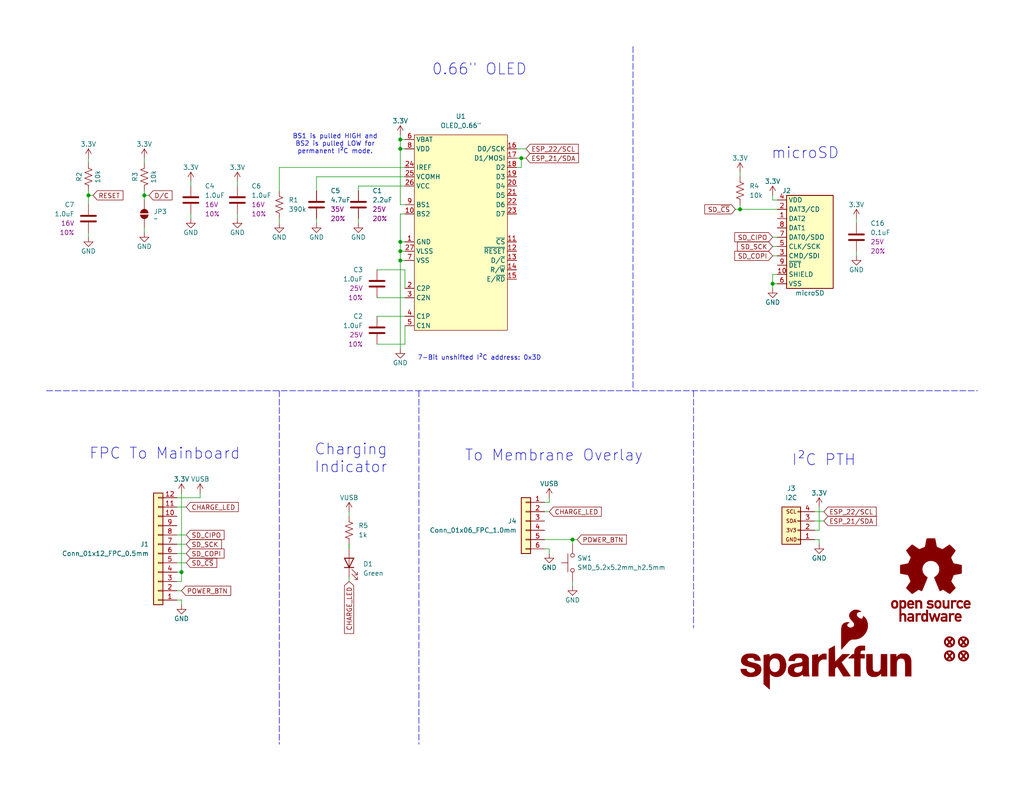
<source format=kicad_sch>
(kicad_sch (version 20231120) (generator "eeschema") (generator_version "8.0")
  (paper "USLetter")
  (title_block (title "SparkFun RTK Facet Display") (date "2024-09-16") (rev "v19") (comment 1 "Designed by: N. Seidle"))
  (lib_symbols
    (symbol "SparkFun-Aesthetic:Fiducial_0.5mm"
      (symbol "Fiducial_0.5mm_1_1"
        (text "x" (at 0 0.254 0) (effects (font (size 2.5 2.5) (bold yes))))
      )
    )
    (symbol "SparkFun-Aesthetic:OSHW_Logo" (pin_names (offset 1.016)) (in_bom no))
    (symbol "SparkFun-Aesthetic:SparkFun_Logo" (pin_names (offset 1.016)) (on_board no))
    (symbol "SparkFun-Capacitor:0.1uF_0603_25V_20%" (pin_numbers hide) (pin_names (offset 0.254))
      (property "Reference" "C" (at 0.635 2.54 0))
      (property "Value" "0.1uF" (at 0.635 -2.54 0))
      (property "Voltage" "25V" (at 0 -6.35 0))
      (property "Tolerance" "20%" (at 0 -8.89 0))
      (symbol "0.1uF_0603_25V_20%_1_1"
        (pin passive line (at 0 3.81 270) (length 2.794) (name "~") (number "1"))
        (pin passive line (at 0 -3.81 90) (length 2.794) (name "~") (number "2"))
      )
    )
    (symbol "SparkFun-Capacitor:1.0uF_0603_16V_10%" (pin_numbers hide) (pin_names (offset 0.254))
      (property "Reference" "C" (at 0.635 2.54 0))
      (property "Value" "1.0uF" (at 0.635 -2.54 0))
      (property "Voltage" "16V" (at 0 -6.35 0))
      (property "Tolerance" "10%" (at 0 -8.89 0))
      (symbol "1.0uF_0603_16V_10%_1_1"
        (pin passive line (at 0 3.81 270) (length 2.794) (name "~") (number "1"))
        (pin passive line (at 0 -3.81 90) (length 2.794) (name "~") (number "2"))
      )
    )
    (symbol "SparkFun-Capacitor:1.0uF_0805_25V_10%" (pin_numbers hide) (pin_names (offset 0.254))
      (property "Reference" "C" (at 0.635 2.54 0))
      (property "Value" "1.0uF" (at 0.635 -2.54 0))
      (property "Voltage" "25V" (at 0 -6.35 0))
      (property "Tolerance" "10%" (at 0 -8.89 0))
      (symbol "1.0uF_0805_25V_10%_1_1"
        (pin passive line (at 0 3.81 270) (length 2.794) (name "~") (number "1"))
        (pin passive line (at 0 -3.81 90) (length 2.794) (name "~") (number "2"))
      )
    )
    (symbol "SparkFun-Capacitor:2.2uF_0805_25V_20%" (pin_numbers hide) (pin_names (offset 0.254))
      (property "Reference" "C" (at 0.635 2.54 0))
      (property "Value" "2.2uF" (at 0.635 -2.54 0))
      (property "Voltage" "25V" (at 0 -6.35 0))
      (property "Tolerance" "20%" (at 0 -8.89 0))
      (symbol "2.2uF_0805_25V_20%_1_1"
        (pin passive line (at 0 3.81 270) (length 2.794) (name "~") (number "1"))
        (pin passive line (at 0 -3.81 90) (length 2.794) (name "~") (number "2"))
      )
    )
    (symbol "SparkFun-Capacitor:4.7uF_0603_35V_20%" (pin_numbers hide) (pin_names (offset 0.254))
      (property "Reference" "C" (at 0.635 2.54 0))
      (property "Value" "4.7uF" (at 0.635 -2.54 0))
      (property "Voltage" "35V" (at 0 -6.35 0))
      (property "Tolerance" "20%" (at 0 -8.89 0))
      (symbol "4.7uF_0603_35V_20%_1_1"
        (pin passive line (at 0 3.81 270) (length 2.794) (name "~") (number "1"))
        (pin passive line (at 0 -3.81 90) (length 2.794) (name "~") (number "2"))
      )
    )
    (symbol "SparkFun-Connector:Conn_01x06_FPC_1.0mm" (pin_names (offset 1.016) hide)
      (property "Reference" "J" (at 0 7.62 0))
      (property "Value" "Conn_01x06_FPC_1.0mm" (at 0 -10.16 0))
      (symbol "Conn_01x06_FPC_1.0mm_1_1"
        (pin passive line (at -5.08 5.08 0) (length 3.81) (name "Pin_1") (number "1"))
        (pin passive line (at -5.08 2.54 0) (length 3.81) (name "Pin_2") (number "2"))
        (pin passive line (at -5.08 0 0) (length 3.81) (name "Pin_3") (number "3"))
        (pin passive line (at -5.08 -2.54 0) (length 3.81) (name "Pin_4") (number "4"))
        (pin passive line (at -5.08 -5.08 0) (length 3.81) (name "Pin_5") (number "5"))
        (pin passive line (at -5.08 -7.62 0) (length 3.81) (name "Pin_6") (number "6"))
      )
    )
    (symbol "SparkFun-Connector:Conn_01x12_FPC_0.5mm" (pin_names (offset 1.016) hide)
      (property "Reference" "J" (at 0 15.24 0))
      (property "Value" "Conn_01x12_FPC_0.5mm" (at 0 -17.78 0))
      (symbol "Conn_01x12_FPC_0.5mm_1_1"
        (pin passive line (at -5.08 12.7 0) (length 3.81) (name "Pin_1") (number "1"))
        (pin passive line (at -5.08 -10.16 0) (length 3.81) (name "Pin_10") (number "10"))
        (pin passive line (at -5.08 -12.7 0) (length 3.81) (name "Pin_11") (number "11"))
        (pin passive line (at -5.08 -15.24 0) (length 3.81) (name "Pin_12") (number "12"))
        (pin passive line (at -5.08 10.16 0) (length 3.81) (name "Pin_2") (number "2"))
        (pin passive line (at -5.08 7.62 0) (length 3.81) (name "Pin_3") (number "3"))
        (pin passive line (at -5.08 5.08 0) (length 3.81) (name "Pin_4") (number "4"))
        (pin passive line (at -5.08 2.54 0) (length 3.81) (name "Pin_5") (number "5"))
        (pin passive line (at -5.08 0 0) (length 3.81) (name "Pin_6") (number "6"))
        (pin passive line (at -5.08 -2.54 0) (length 3.81) (name "Pin_7") (number "7"))
        (pin passive line (at -5.08 -5.08 0) (length 3.81) (name "Pin_8") (number "8"))
        (pin passive line (at -5.08 -7.62 0) (length 3.81) (name "Pin_9") (number "9"))
      )
    )
    (symbol "SparkFun-Connector:I2C_01x04" (pin_names (offset 1.016) hide)
      (property "Reference" "J" (at 0 5.08 0))
      (property "Value" "I2C" (at 0 -7.62 0))
      (symbol "I2C_01x04_1_1"
        (text "3V3" (at 1.27 -2.54 0) (effects (font (size 1 1))))
        (text "GND" (at 1.27 -5.08 0) (effects (font (size 1 1))))
        (text "SCL" (at 1.27 2.54 0) (effects (font (size 1 1))))
        (text "SDA" (at 1.27 0 0) (effects (font (size 1 1))))
        (pin passive line (at -5.08 -5.08 0) (length 3.81) (name "Pin_1") (number "1"))
        (pin passive line (at -5.08 -2.54 0) (length 3.81) (name "Pin_2") (number "2"))
        (pin passive line (at -5.08 0 0) (length 3.81) (name "Pin_3") (number "3"))
        (pin passive line (at -5.08 2.54 0) (length 3.81) (name "Pin_4") (number "4"))
      )
    )
    (symbol "SparkFun-Connector:microSD_PushPush"
      (property "Reference" "J" (at -6.35 15.24 0))
      (property "Value" "microSD" (at 0 -12.7 0))
      (symbol "microSD_PushPush_1_1"
        (pin bidirectional line (at -8.89 7.62 0) (length 2.54) (name "DAT2") (number "1"))
        (pin passive line (at -8.89 -7.62 0) (length 2.54) (name "SHIELD") (number "10"))
        (pin bidirectional line (at -8.89 10.16 0) (length 2.54) (name "DAT3/CD") (number "2"))
        (pin input line (at -8.89 -2.54 0) (length 2.54) (name "CMD/SDI") (number "3"))
        (pin power_in line (at -8.89 12.7 0) (length 2.54) (name "VDD") (number "4"))
        (pin input line (at -8.89 0 0) (length 2.54) (name "CLK/SCK") (number "5"))
        (pin power_in line (at -8.89 -10.16 0) (length 2.54) (name "VSS") (number "6"))
        (pin bidirectional line (at -8.89 2.54 0) (length 2.54) (name "DAT0/SDO") (number "7"))
        (pin bidirectional line (at -8.89 5.08 0) (length 2.54) (name "DAT1") (number "8"))
        (pin passive line (at -8.89 -5.08 0) (length 2.54) (name "~{DET}") (number "9"))
      )
    )
    (symbol "SparkFun-Display:OLED_0.66{dblquote}-SMD"
      (property "Reference" "U" (at -12.7 25.4 0))
      (property "Value" "OLED_0.66\"" (at 12.7 -30.48 0))
      (symbol "OLED_0.66{dblquote}-SMD_1_0"
        (pin bidirectional line (at -15.24 -5.08 0) (length 2.54) (name "GND") (number "1"))
        (pin bidirectional line (at -15.24 2.54 0) (length 2.54) (name "BS2") (number "10"))
        (pin bidirectional line (at 15.24 -5.08 180) (length 2.54) (name "~{CS}") (number "11"))
        (pin bidirectional line (at 15.24 -7.62 180) (length 2.54) (name "~{RESET}") (number "12"))
        (pin bidirectional line (at 15.24 -10.16 180) (length 2.54) (name "D/~{C}") (number "13"))
        (pin bidirectional line (at 15.24 -12.7 180) (length 2.54) (name "R/~{W}") (number "14"))
        (pin bidirectional line (at 15.24 -15.24 180) (length 2.54) (name "E/~{RD}") (number "15"))
        (pin bidirectional line (at 15.24 20.32 180) (length 2.54) (name "D0/SCK") (number "16"))
        (pin bidirectional line (at 15.24 17.78 180) (length 2.54) (name "D1/MOSI") (number "17"))
        (pin bidirectional line (at 15.24 15.24 180) (length 2.54) (name "D2") (number "18"))
        (pin bidirectional line (at 15.24 12.7 180) (length 2.54) (name "D3") (number "19"))
        (pin bidirectional line (at -15.24 -17.78 0) (length 2.54) (name "C2P") (number "2"))
        (pin bidirectional line (at 15.24 10.16 180) (length 2.54) (name "D4") (number "20"))
        (pin bidirectional line (at 15.24 7.62 180) (length 2.54) (name "D5") (number "21"))
        (pin bidirectional line (at 15.24 5.08 180) (length 2.54) (name "D6") (number "22"))
        (pin bidirectional line (at 15.24 2.54 180) (length 2.54) (name "D7") (number "23"))
        (pin bidirectional line (at -15.24 15.24 0) (length 2.54) (name "IREF") (number "24"))
        (pin bidirectional line (at -15.24 12.7 0) (length 2.54) (name "VCOMH") (number "25"))
        (pin bidirectional line (at -15.24 10.16 0) (length 2.54) (name "VCC") (number "26"))
        (pin bidirectional line (at -15.24 -7.62 0) (length 2.54) (name "VLSS") (number "27"))
        (pin bidirectional line (at -15.24 -5.08 0) (length 2.54) hide (name "GND") (number "28"))
        (pin bidirectional line (at -15.24 -20.32 0) (length 2.54) (name "C2N") (number "3"))
        (pin bidirectional line (at -15.24 -25.4 0) (length 2.54) (name "C1P") (number "4"))
        (pin bidirectional line (at -15.24 -27.94 0) (length 2.54) (name "C1N") (number "5"))
        (pin bidirectional line (at -15.24 22.86 0) (length 2.54) (name "VBAT") (number "6"))
        (pin bidirectional line (at -15.24 -10.16 0) (length 2.54) (name "VSS") (number "7"))
        (pin bidirectional line (at -15.24 20.32 0) (length 2.54) (name "VDD") (number "8"))
        (pin bidirectional line (at -15.24 5.08 0) (length 2.54) (name "BS1") (number "9"))
      )
    )
    (symbol "SparkFun-Jumper:SolderJumper_2_Open" (pin_numbers hide) (pin_names (offset 0) hide)
      (property "Reference" "JP" (at 0 2.032 0))
      (property "Value" "~" (at 0 -2.54 0))
      (symbol "SolderJumper_2_Open_1_1"
        (pin passive line (at -3.81 0 0) (length 2.54) (name "A") (number "1"))
        (pin passive line (at 3.81 0 180) (length 2.54) (name "B") (number "2"))
      )
    )
    (symbol "SparkFun-LED:LED_Green_1206-Bottom" (pin_numbers hide) (pin_names (offset 1.016) hide)
      (property "Reference" "D" (at 0 2.54 0))
      (property "Value" "Green" (at 0 -2.54 0))
      (symbol "LED_Green_1206-Bottom_1_1"
        (pin passive line (at -3.81 0 0) (length 2.54) (name "K") (number "1"))
        (pin passive line (at 3.81 0 180) (length 2.54) (name "A") (number "2"))
      )
    )
    (symbol "SparkFun-PowerSymbol:3.3V" (power) (pin_names (offset 0))
      (property "Value" "3.3V" (at 0 3.81 0))
      (symbol "3.3V_1_1"
        (pin power_in line (at 0 0 90) (length 0) hide (name "3.3V") (number "1"))
      )
    )
    (symbol "SparkFun-PowerSymbol:GND" (power) (pin_names (offset 0))
      (property "Value" "GND" (at 0 -3.81 0))
      (symbol "GND_1_1"
        (pin power_in line (at 0 0 270) (length 0) hide (name "GND") (number "1"))
      )
    )
    (symbol "SparkFun-PowerSymbol:VUSB" (power) (pin_names (offset 0))
      (property "Value" "VUSB" (at 0 3.81 0))
      (symbol "VUSB_1_1"
        (pin power_in line (at 0 0 90) (length 0) hide (name "VUSB") (number "1"))
      )
    )
    (symbol "SparkFun-Resistor:10k_0603" (pin_numbers hide) (pin_names (offset 0))
      (property "Reference" "R" (at 0 -2.54 0))
      (property "Value" "10k" (at 0 2.54 0))
      (symbol "10k_0603_1_1"
        (pin passive line (at 3.81 0 180) (length 1.27) (name "~") (number "1"))
        (pin passive line (at -3.81 0 0) (length 1.27) (name "~") (number "2"))
      )
    )
    (symbol "SparkFun-Resistor:1k_0402" (pin_numbers hide) (pin_names (offset 0))
      (property "Reference" "R" (at 0 -2.54 0))
      (property "Value" "1k" (at 0 2.54 0))
      (symbol "1k_0402_1_1"
        (pin passive line (at 3.81 0 180) (length 1.27) (name "~") (number "1"))
        (pin passive line (at -3.81 0 0) (length 1.27) (name "~") (number "2"))
      )
    )
    (symbol "SparkFun-Resistor:390k_0603" (pin_numbers hide) (pin_names (offset 0))
      (property "Reference" "R" (at 0 -2.54 0))
      (property "Value" "390k" (at 0 2.54 0))
      (symbol "390k_0603_1_1"
        (pin passive line (at 3.81 0 180) (length 1.27) (name "~") (number "1"))
        (pin passive line (at -3.81 0 0) (length 1.27) (name "~") (number "2"))
      )
    )
    (symbol "SparkFun-Switch:SPST_Push_SMD_5.2x5.2mm_h2.5mm" (pin_numbers hide) (pin_names (offset 0) hide)
      (property "Reference" "SW" (at 0 5.08 0))
      (property "Value" "SMD_5.2x5.2mm_h2.5mm" (at 0 -2.54 0))
      (symbol "SPST_Push_SMD_5.2x5.2mm_h2.5mm_0_1"
        (pin passive line (at -5.08 0 0) (length 2.54) (name "1") (number "1"))
      )
      (symbol "SPST_Push_SMD_5.2x5.2mm_h2.5mm_1_1"
        (pin passive line (at 5.08 0 180) (length 2.54) (name "2") (number "2"))
      )
    )
  )
  (junction (at 142.24 43.18))
  (junction (at 156.21 147.32))
  (junction (at 109.22 66.04))
  (junction (at 210.82 77.47))
  (junction (at 109.22 68.58))
  (junction (at 109.22 71.12))
  (junction (at 109.22 40.64))
  (junction (at 49.53 156.21))
  (junction (at 201.93 57.15))
  (junction (at 39.37 53.34))
  (junction (at 109.22 38.1))
  (junction (at 24.13 53.34))
  (wire (pts (xy 76.2 45.72) (xy 76.2 52.07)) (stroke (width 0.1524)))
  (wire (pts (xy 48.26 153.67) (xy 50.8 153.67)) (stroke (width 0.1524)))
  (wire (pts (xy 48.26 163.83) (xy 49.53 163.83)) (stroke (width 0.1524)))
  (wire (pts (xy 212.09 54.61) (xy 210.82 54.61)) (stroke (width 0.1524)))
  (wire (pts (xy 212.09 57.15) (xy 201.93 57.15)) (stroke (width 0.1524)))
  (wire (pts (xy 48.26 156.21) (xy 49.53 156.21)) (stroke (width 0.1524)))
  (wire (pts (xy 109.22 71.12) (xy 109.22 95.25)) (stroke (width 0.1524)))
  (wire (pts (xy 95.25 148.59) (xy 95.25 149.86)) (stroke (width 0.1524)))
  (wire (pts (xy 109.22 40.64) (xy 110.49 40.64)) (stroke (width 0.1524)))
  (wire (pts (xy 24.13 53.34) (xy 24.13 55.88)) (stroke (width 0.1524)))
  (wire (pts (xy 223.52 147.32) (xy 223.52 148.59)) (stroke (width 0.1524)))
  (wire (pts (xy 24.13 64.77) (xy 24.13 63.5)) (stroke (width 0.1524)))
  (wire (pts (xy 222.25 147.32) (xy 223.52 147.32)) (stroke (width 0.1524)))
  (wire (pts (xy 156.21 160.02) (xy 156.21 158.75)) (stroke (width 0.1524)))
  (wire (pts (xy 110.49 38.1) (xy 109.22 38.1)) (stroke (width 0.1524)))
  (wire (pts (xy 210.82 54.61) (xy 210.82 53.34)) (stroke (width 0.1524)))
  (wire (pts (xy 48.26 135.89) (xy 54.61 135.89)) (stroke (width 0.1524)))
  (wire (pts (xy 97.79 60.96) (xy 97.79 59.69)) (stroke (width 0.1524)))
  (wire (pts (xy 110.49 73.66) (xy 110.49 78.74)) (stroke (width 0.1524)))
  (wire (pts (xy 48.26 161.29) (xy 49.53 161.29)) (stroke (width 0.1524)))
  (wire (pts (xy 109.22 38.1) (xy 109.22 40.64)) (stroke (width 0.1524)))
  (wire (pts (xy 109.22 68.58) (xy 109.22 71.12)) (stroke (width 0.1524)))
  (wire (pts (xy 222.25 144.78) (xy 223.52 144.78)) (stroke (width 0.1524)))
  (wire (pts (xy 212.09 74.93) (xy 210.82 74.93)) (stroke (width 0.1524)))
  (wire (pts (xy 210.82 74.93) (xy 210.82 77.47)) (stroke (width 0.1524)))
  (wire (pts (xy 48.26 158.75) (xy 49.53 158.75)) (stroke (width 0.1524)))
  (wire (pts (xy 86.36 60.96) (xy 86.36 59.69)))
  (wire (pts (xy 210.82 77.47) (xy 210.82 78.74)) (stroke (width 0.1524)))
  (wire (pts (xy 222.25 142.24) (xy 224.79 142.24)) (stroke (width 0.1524)))
  (wire (pts (xy 95.25 149.86) (xy 95.25 148.59)))
  (wire (pts (xy 110.49 66.04) (xy 109.22 66.04)) (stroke (width 0.1524)))
  (wire (pts (xy 149.86 137.16) (xy 149.86 135.89)) (stroke (width 0.1524)))
  (wire (pts (xy 109.22 66.04) (xy 109.22 68.58)) (stroke (width 0.1524)))
  (wire (pts (xy 48.26 138.43) (xy 50.8 138.43)) (stroke (width 0.1524)))
  (wire (pts (xy 24.13 53.34) (xy 25.4 53.34)) (stroke (width 0.1524)))
  (wire (pts (xy 110.49 71.12) (xy 109.22 71.12)) (stroke (width 0.1524)))
  (wire (pts (xy 97.79 50.8) (xy 97.79 52.07)) (stroke (width 0.1524)))
  (wire (pts (xy 148.59 137.16) (xy 149.86 137.16)) (stroke (width 0.1524)))
  (wire (pts (xy 49.53 156.21) (xy 49.53 134.62)) (stroke (width 0.1524)))
  (wire (pts (xy 233.68 69.85) (xy 233.68 68.58)) (stroke (width 0.1524)))
  (polyline (pts (xy 76.2 106.68) (xy 76.2 203.2)) (stroke (width 0) (type dash)))
  (wire (pts (xy 140.97 43.18) (xy 142.24 43.18)) (stroke (width 0.1524)))
  (wire (pts (xy 24.13 52.07) (xy 24.13 53.34)) (stroke (width 0.1524)))
  (wire (pts (xy 149.86 149.86) (xy 149.86 151.13)) (stroke (width 0.1524)))
  (wire (pts (xy 110.49 68.58) (xy 109.22 68.58)) (stroke (width 0.1524)))
  (wire (pts (xy 48.26 148.59) (xy 50.8 148.59)) (stroke (width 0.1524)))
  (wire (pts (xy 109.22 38.1) (xy 109.22 36.83)) (stroke (width 0.1524)))
  (wire (pts (xy 109.22 40.64) (xy 109.22 55.88)) (stroke (width 0.1524)))
  (wire (pts (xy 109.22 58.42) (xy 109.22 66.04)) (stroke (width 0.1524)))
  (wire (pts (xy 48.26 146.05) (xy 50.8 146.05)) (stroke (width 0.1524)))
  (wire (pts (xy 102.87 93.98) (xy 110.49 93.98)) (stroke (width 0.1524)))
  (wire (pts (xy 110.49 55.88) (xy 109.22 55.88)) (stroke (width 0.1524)))
  (wire (pts (xy 110.49 48.26) (xy 86.36 48.26)) (stroke (width 0.1524)))
  (wire (pts (xy 39.37 52.07) (xy 39.37 53.34)) (stroke (width 0.1524)))
  (wire (pts (xy 110.49 93.98) (xy 110.49 88.9)) (stroke (width 0.1524)))
  (wire (pts (xy 52.07 59.69) (xy 52.07 58.42)) (stroke (width 0.1524)))
  (wire (pts (xy 52.07 49.53) (xy 52.07 50.8)) (stroke (width 0.1524)))
  (wire (pts (xy 212.09 64.77) (xy 210.82 64.77)) (stroke (width 0.1524)))
  (wire (pts (xy 64.77 49.53) (xy 64.77 50.8)) (stroke (width 0.1524)))
  (wire (pts (xy 49.53 163.83) (xy 49.53 165.1)) (stroke (width 0.1524)))
  (wire (pts (xy 110.49 86.36) (xy 102.87 86.36)) (stroke (width 0.1524)))
  (wire (pts (xy 39.37 43.18) (xy 39.37 44.45)) (stroke (width 0.1524)))
  (wire (pts (xy 142.24 43.18) (xy 143.51 43.18)) (stroke (width 0.1524)))
  (wire (pts (xy 49.53 158.75) (xy 49.53 156.21)) (stroke (width 0.1524)))
  (wire (pts (xy 86.36 48.26) (xy 86.36 52.07)) (stroke (width 0.1524)))
  (wire (pts (xy 201.93 55.88) (xy 201.93 57.15)) (stroke (width 0.1524)))
  (wire (pts (xy 76.2 45.72) (xy 110.49 45.72)) (stroke (width 0.1524)))
  (wire (pts (xy 39.37 53.34) (xy 39.37 54.61)) (stroke (width 0.1524)))
  (wire (pts (xy 142.24 45.72) (xy 142.24 43.18)) (stroke (width 0.1524)))
  (polyline (pts (xy 12.7 106.68) (xy 266.7 106.68)) (stroke (width 0) (type dash)))
  (wire (pts (xy 210.82 77.47) (xy 212.09 77.47)))
  (wire (pts (xy 201.93 57.15) (xy 200.66 57.15)) (stroke (width 0.1524)))
  (wire (pts (xy 48.26 151.13) (xy 50.8 151.13)) (stroke (width 0.1524)))
  (wire (pts (xy 24.13 43.18) (xy 24.13 44.45)) (stroke (width 0.1524)))
  (wire (pts (xy 54.61 135.89) (xy 54.61 134.62)) (stroke (width 0.1524)))
  (wire (pts (xy 64.77 59.69) (xy 64.77 58.42)) (stroke (width 0.1524)))
  (polyline (pts (xy 189.23 106.68) (xy 189.23 171.45)) (stroke (width 0) (type dash)))
  (wire (pts (xy 148.59 139.7) (xy 149.86 139.7)) (stroke (width 0.1524)))
  (wire (pts (xy 223.52 144.78) (xy 223.52 138.43)) (stroke (width 0.1524)))
  (wire (pts (xy 76.2 59.69) (xy 76.2 60.96)) (stroke (width 0.1524)))
  (wire (pts (xy 222.25 139.7) (xy 224.79 139.7)) (stroke (width 0.1524)))
  (wire (pts (xy 156.21 148.59) (xy 156.21 147.32)) (stroke (width 0.1524)))
  (wire (pts (xy 140.97 45.72) (xy 142.24 45.72)) (stroke (width 0.1524)))
  (wire (pts (xy 233.68 59.69) (xy 233.68 60.96)) (stroke (width 0.1524)))
  (wire (pts (xy 156.21 147.32) (xy 157.48 147.32)) (stroke (width 0.1524)))
  (wire (pts (xy 201.93 46.99) (xy 201.93 48.26)) (stroke (width 0.1524)))
  (wire (pts (xy 95.25 140.97) (xy 95.25 139.7)) (stroke (width 0.1524)))
  (polyline (pts (xy 172.72 12.7) (xy 172.72 106.68)) (stroke (width 0) (type dash)))
  (polyline (pts (xy 114.3 106.68) (xy 114.3 203.2)) (stroke (width 0) (type dash)))
  (wire (pts (xy 109.22 58.42) (xy 110.49 58.42)) (stroke (width 0.1524)))
  (wire (pts (xy 95.25 157.48) (xy 95.25 158.75)) (stroke (width 0.1524)))
  (wire (pts (xy 110.49 50.8) (xy 97.79 50.8)) (stroke (width 0.1524)))
  (wire (pts (xy 140.97 40.64) (xy 143.51 40.64)) (stroke (width 0.1524)))
  (wire (pts (xy 102.87 73.66) (xy 110.49 73.66)) (stroke (width 0.1524)))
  (wire (pts (xy 212.09 69.85) (xy 210.82 69.85)) (stroke (width 0.1524)))
  (wire (pts (xy 148.59 149.86) (xy 149.86 149.86)) (stroke (width 0.1524)))
  (wire (pts (xy 40.64 53.34) (xy 39.37 53.34)) (stroke (width 0.1524)))
  (wire (pts (xy 212.09 67.31) (xy 210.82 67.31)) (stroke (width 0.1524)))
  (wire (pts (xy 110.49 81.28) (xy 102.87 81.28)) (stroke (width 0.1524)))
  (wire (pts (xy 39.37 63.5) (xy 39.37 62.23)) (stroke (width 0.1524)))
  (wire (pts (xy 148.59 147.32) (xy 156.21 147.32)) (stroke (width 0.1524)))
  (text "7-Bit unshifted I²C address: 0x3D" (at 130.81 97.79 0) (effects (font (size 1.27 1.27))))
  (text "BS1 is pulled HIGH and\nBS2 is pulled LOW for\npermanent I²C mode." (at 91.44 39.37 0) (effects (font (size 1.27 1.27))))
  (text "0.66\" OLED" (at 130.81 19.05 0) (effects (font (size 3 3))))
  (text "To Membrane Overlay" (at 151.13 124.46 0) (effects (font (size 3 3))))
  (text "I²C PTH" (at 224.79 125.73 0) (effects (font (size 3 3))))
  (text "FPC To Mainboard" (at 44.958 123.952 0) (effects (font (size 3 3))))
  (text "Charging\nIndicator" (at 95.758 125.222 0) (effects (font (size 3 3))))
  (text "microSD" (at 219.71 41.91 0) (effects (font (size 3 3))))
  (global_label "POWER_BTN" (shape input) (at 157.48 147.32 0) (property "Intersheetrefs" "${INTERSHEET_REFS}" (effects (hide yes))))
  (global_label "SD_SCK" (shape input) (at 210.82 67.31 180) (property "Intersheetrefs" "${INTERSHEET_REFS}" (effects (hide yes))))
  (global_label "POWER_BTN" (shape input) (at 49.53 161.29 0) (property "Intersheetrefs" "${INTERSHEET_REFS}" (effects (hide yes))))
  (global_label "CHARGE_LED" (shape input) (at 95.25 158.75 270) (property "Intersheetrefs" "${INTERSHEET_REFS}" (effects (hide yes))))
  (global_label "CHARGE_LED" (shape input) (at 50.7967 138.43 0) (property "Intersheetrefs" "${INTERSHEET_REFS}" (effects (hide yes))))
  (global_label "D/C" (shape input) (at 40.64 53.34 0) (property "Intersheetrefs" "${INTERSHEET_REFS}" (effects (hide yes))))
  (global_label "ESP_22/SCL" (shape input) (at 224.79 139.7 0) (property "Intersheetrefs" "${INTERSHEET_REFS}" (effects (hide yes))))
  (global_label "SD_CIPO" (shape input) (at 210.82 64.77 180) (property "Intersheetrefs" "${INTERSHEET_REFS}" (effects (hide yes))))
  (global_label "SD_CIPO" (shape input) (at 50.8 146.05 0) (property "Intersheetrefs" "${INTERSHEET_REFS}" (effects (hide yes))))
  (global_label "SD_COPI" (shape input) (at 210.82 69.85 180) (property "Intersheetrefs" "${INTERSHEET_REFS}" (effects (hide yes))))
  (global_label "SD_SCK" (shape input) (at 50.8 148.59 0) (property "Intersheetrefs" "${INTERSHEET_REFS}" (effects (hide yes))))
  (global_label "ESP_21/SDA" (shape input) (at 224.79 142.24 0) (property "Intersheetrefs" "${INTERSHEET_REFS}" (effects (hide yes))))
  (global_label "ESP_21/SDA" (shape input) (at 143.51 43.18 0) (property "Intersheetrefs" "${INTERSHEET_REFS}" (effects (hide yes))))
  (global_label "SD_COPI" (shape input) (at 50.8 151.13 0) (property "Intersheetrefs" "${INTERSHEET_REFS}" (effects (hide yes))))
  (global_label "CHARGE_LED" (shape input) (at 149.86 139.7 0) (property "Intersheetrefs" "${INTERSHEET_REFS}" (effects (hide yes))))
  (global_label "ESP_22/SCL" (shape input) (at 143.51 40.64 0) (property "Intersheetrefs" "${INTERSHEET_REFS}" (effects (hide yes))))
  (global_label "RESET" (shape input) (at 25.4 53.34 0) (property "Intersheetrefs" "${INTERSHEET_REFS}" (effects (hide yes))))
  (global_label "SD_~{CS}" (shape input) (at 50.8 153.67 0) (property "Intersheetrefs" "${INTERSHEET_REFS}" (effects (hide yes))))
  (global_label "SD_~{CS}" (shape input) (at 200.66 57.15 180) (property "Intersheetrefs" "${INTERSHEET_REFS}" (effects (hide yes))))
  (symbol (lib_id "SparkFun-Aesthetic:Fiducial_0.5mm") (at 262.89 179.07 0) (unit 1)
    (property "Reference" "FID4" (effects (hide yes)))
    (property "Value" "Fiducial_0.5mm" (effects (hide yes)))
    (property "Footprint" "SparkFun-Aesthetic:Fiducial_0.5mm_Mask1mm" (effects (hide yes)))
    (property "Description" "Fiducial Marker" (effects (hide yes)))
  )
  (symbol (lib_id "SparkFun-Capacitor:2.2uF_0805_25V_20%") (at 97.79 55.88 0) (unit 1)
    (property "Reference" "C1" (at 101.6 52.0699 0) (effects (justify left)))
    (property "Value" "2.2uF" (at 101.6 54.6099 0) (effects (justify left)))
    (property "Footprint" "SparkFun-Capacitor:C_0805_2012Metric" (effects (hide yes)))
    (property "Datasheet" "https://cdn.sparkfun.com/assets/8/a/4/a/5/Kemet_Capacitor_Datasheet.pdf" (effects (hide yes)))
    (property "Description" "Unpolarized capacitor" (effects (hide yes)))
    (property "PROD_ID" "CAP-11624" (effects (hide yes)))
    (property "Voltage" "25V" (at 101.6 57.1499 0) (effects (justify left)))
    (property "Tolerance" "20%" (at 101.6 59.6899 0) (effects (justify left)))
  )
  (symbol (lib_id "SparkFun-PowerSymbol:GND") (at 49.53 165.1 0) (unit 1)
    (property "Reference" "#PWR0101" (effects (hide yes)))
    (property "Value" "GND" (at 49.53 168.91 0))
    (property "Description" "Power symbol creates a global label with name \"GND\" , ground" (effects (hide yes)))
  )
  (symbol (lib_id "SparkFun-Connector:I2C_01x04") (at 217.17 142.24 0) (mirror y) (unit 1)
    (property "Reference" "J3" (at 215.9 133.35 0))
    (property "Value" "I2C" (at 215.9 135.89 0))
    (property "Footprint" "SparkFun-Connector:1x04" (effects (hide yes)))
    (property "Description" "Coomon 4 pin PTH connector for I2C" (effects (hide yes)))
  )
  (symbol (lib_id "SparkFun-PowerSymbol:GND") (at 223.52 148.59 0) (unit 1)
    (property "Reference" "#PWR05" (effects (hide yes)))
    (property "Value" "GND" (at 223.52 152.4 0))
    (property "Description" "Power symbol creates a global label with name \"GND\" , ground" (effects (hide yes)))
  )
  (symbol (lib_id "SparkFun-PowerSymbol:GND") (at 24.13 64.77 0) (unit 1)
    (property "Reference" "#PWR0105" (effects (hide yes)))
    (property "Value" "GND" (at 24.13 68.58 0))
    (property "Description" "Power symbol creates a global label with name \"GND\" , ground" (effects (hide yes)))
  )
  (symbol (lib_id "SparkFun-PowerSymbol:3.3V") (at 49.53 134.62 0) (unit 1)
    (property "Reference" "#PWR03" (effects (hide yes)))
    (property "Value" "3.3V" (at 49.53 130.81 0))
    (property "Description" "Power symbol creates a global label with name \"3.3V\"" (effects (hide yes)))
  )
  (symbol (lib_id "SparkFun-Aesthetic:Fiducial_0.5mm") (at 259.08 175.26 0) (unit 1)
    (property "Reference" "FID1" (effects (hide yes)))
    (property "Value" "Fiducial_0.5mm" (effects (hide yes)))
    (property "Footprint" "SparkFun-Aesthetic:Fiducial_0.5mm_Mask1mm" (effects (hide yes)))
    (property "Description" "Fiducial Marker" (effects (hide yes)))
  )
  (symbol (lib_id "SparkFun-Capacitor:4.7uF_0603_35V_20%") (at 86.36 55.88 0) (mirror y) (unit 1)
    (property "Reference" "C5" (at 90.17 52.0699 0) (effects (justify right)))
    (property "Value" "4.7uF" (at 90.17 54.6099 0) (effects (justify right)))
    (property "Footprint" "SparkFun-Capacitor:C_0603_1608Metric" (effects (hide yes)))
    (property "Datasheet" "https://cdn.sparkfun.com/assets/8/a/4/a/5/Kemet_Capacitor_Datasheet.pdf" (effects (hide yes)))
    (property "Description" "Unpolarized capacitor" (effects (hide yes)))
    (property "PROD_ID" "CAP-14106" (effects (hide yes)))
    (property "Voltage" "35V" (at 90.17 57.1499 0) (effects (justify right)))
    (property "Tolerance" "20%" (at 90.17 59.6899 0) (effects (justify right)))
  )
  (symbol (lib_id "SparkFun-PowerSymbol:3.3V") (at 233.68 59.69 0) (unit 1)
    (property "Reference" "#PWR027" (effects (hide yes)))
    (property "Value" "3.3V" (at 233.68 55.88 0))
    (property "Description" "Power symbol creates a global label with name \"3.3V\"" (effects (hide yes)))
  )
  (symbol (lib_id "SparkFun-PowerSymbol:GND") (at 86.36 60.96 0) (unit 1)
    (property "Reference" "#PWR021" (effects (hide yes)))
    (property "Value" "GND" (at 86.36 64.77 0))
    (property "Description" "Power symbol creates a global label with name \"GND\" , ground" (effects (hide yes)))
  )
  (symbol (lib_id "SparkFun-PowerSymbol:GND") (at 52.07 59.69 0) (unit 1)
    (property "Reference" "#PWR0102" (effects (hide yes)))
    (property "Value" "GND" (at 52.07 63.5 0))
    (property "Description" "Power symbol creates a global label with name \"GND\" , ground" (effects (hide yes)))
  )
  (symbol (lib_id "SparkFun-Resistor:10k_0603") (at 24.13 48.26 270) (unit 1)
    (property "Reference" "R2" (at 21.59 48.26 0))
    (property "Value" "10k" (at 26.67 48.26 0))
    (property "Footprint" "SparkFun-Resistor:R_0603_1608Metric" (effects (hide yes)))
    (property "Datasheet" "https://www.vishay.com/docs/20035/dcrcwe3.pdf" (effects (hide yes)))
    (property "Description" "Resistor" (effects (hide yes)))
    (property "PROD_ID" "RES-00824" (effects (hide yes)))
  )
  (symbol (lib_id "SparkFun-Capacitor:1.0uF_0603_16V_10%") (at 24.13 59.69 0) (unit 1)
    (property "Reference" "C7" (at 20.32 55.8799 0) (effects (justify right)))
    (property "Value" "1.0uF" (at 20.32 58.4199 0) (effects (justify right)))
    (property "Footprint" "SparkFun-Capacitor:C_0603_1608Metric" (effects (hide yes)))
    (property "Datasheet" "https://cdn.sparkfun.com/assets/8/a/4/a/5/Kemet_Capacitor_Datasheet.pdf" (effects (hide yes)))
    (property "Description" "Unpolarized capacitor" (effects (hide yes)))
    (property "PROD_ID" "CAP-13930" (effects (hide yes)))
    (property "Voltage" "16V" (at 20.32 60.9599 0) (effects (justify right)))
    (property "Tolerance" "10%" (at 20.32 63.4999 0) (effects (justify right)))
  )
  (symbol (lib_id "SparkFun-Resistor:10k_0603") (at 201.93 52.07 90) (unit 1)
    (property "Reference" "R4" (at 204.47 50.7999 90) (effects (justify right)))
    (property "Value" "10k" (at 204.47 53.3399 90) (effects (justify right)))
    (property "Footprint" "SparkFun-Resistor:R_0603_1608Metric" (effects (hide yes)))
    (property "Datasheet" "https://www.vishay.com/docs/20035/dcrcwe3.pdf" (effects (hide yes)))
    (property "Description" "Resistor" (effects (hide yes)))
    (property "PROD_ID" "RES-00824" (effects (hide yes)))
  )
  (symbol (lib_id "SparkFun-Resistor:390k_0603") (at 76.2 55.88 90) (unit 1)
    (property "Reference" "R1" (at 78.74 54.6099 90) (effects (justify right)))
    (property "Value" "390k" (at 78.74 57.1499 90) (effects (justify right)))
    (property "Footprint" "SparkFun-Resistor:R_0603_1608Metric" (effects (hide yes)))
    (property "Datasheet" "https://www.vishay.com/docs/20035/dcrcwe3.pdf" (effects (hide yes)))
    (property "Description" "Resistor" (effects (hide yes)))
    (property "PROD_ID" "RES-12024" (effects (hide yes)))
  )
  (symbol (lib_id "SparkFun-Capacitor:1.0uF_0805_25V_10%") (at 102.87 77.47 0) (mirror y) (unit 1)
    (property "Reference" "C3" (at 99.06 73.6599 0) (effects (justify left)))
    (property "Value" "1.0uF" (at 99.06 76.1999 0) (effects (justify left)))
    (property "Footprint" "SparkFun-Capacitor:C_0805_2012Metric" (effects (hide yes)))
    (property "Datasheet" "https://cdn.sparkfun.com/assets/8/a/4/a/5/Kemet_Capacitor_Datasheet.pdf" (effects (hide yes)))
    (property "Description" "Unpolarized capacitor" (effects (hide yes)))
    (property "PROD_ID" "CAP-08064" (effects (hide yes)))
    (property "Voltage" "25V" (at 99.06 78.7399 0) (effects (justify left)))
    (property "Tolerance" "10%" (at 99.06 81.2799 0) (effects (justify left)))
  )
  (symbol (lib_id "SparkFun-Capacitor:1.0uF_0603_16V_10%") (at 52.07 54.61 0) (unit 1)
    (property "Reference" "C4" (at 55.88 50.7999 0) (effects (justify left)))
    (property "Value" "1.0uF" (at 55.88 53.3399 0) (effects (justify left)))
    (property "Footprint" "SparkFun-Capacitor:C_0603_1608Metric" (effects (hide yes)))
    (property "Datasheet" "https://cdn.sparkfun.com/assets/8/a/4/a/5/Kemet_Capacitor_Datasheet.pdf" (effects (hide yes)))
    (property "Description" "Unpolarized capacitor" (effects (hide yes)))
    (property "PROD_ID" "CAP-13930" (effects (hide yes)))
    (property "Voltage" "16V" (at 55.88 55.8799 0) (effects (justify left)))
    (property "Tolerance" "10%" (at 55.88 58.4199 0) (effects (justify left)))
  )
  (symbol (lib_id "SparkFun-PowerSymbol:GND") (at 64.77 59.69 0) (unit 1)
    (property "Reference" "#PWR0104" (effects (hide yes)))
    (property "Value" "GND" (at 64.77 63.5 0))
    (property "Description" "Power symbol creates a global label with name \"GND\" , ground" (effects (hide yes)))
  )
  (symbol (lib_id "SparkFun-PowerSymbol:GND") (at 97.79 60.96 0) (unit 1)
    (property "Reference" "#PWR023" (effects (hide yes)))
    (property "Value" "GND" (at 97.79 64.77 0))
    (property "Description" "Power symbol creates a global label with name \"GND\" , ground" (effects (hide yes)))
  )
  (symbol (lib_id "SparkFun-PowerSymbol:3.3V") (at 52.07 49.53 0) (unit 1)
    (property "Reference" "#PWR02" (effects (hide yes)))
    (property "Value" "3.3V" (at 52.07 45.72 0))
    (property "Description" "Power symbol creates a global label with name \"3.3V\"" (effects (hide yes)))
  )
  (symbol (lib_id "SparkFun-PowerSymbol:GND") (at 149.86 151.13 0) (unit 1)
    (property "Reference" "#PWR07" (effects (hide yes)))
    (property "Value" "GND" (at 149.86 154.94 0))
    (property "Description" "Power symbol creates a global label with name \"GND\" , ground" (effects (hide yes)))
  )
  (symbol (lib_id "SparkFun-Jumper:SolderJumper_2_Open") (at 39.37 58.42 90) (unit 1)
    (property "Reference" "JP3" (at 41.91 57.7849 90) (effects (justify right)))
    (property "Value" "~" (at 41.91 59.69 90) (effects (justify right)))
    (property "Footprint" "SparkFun-Jumper:Jumper_2_NO" (effects (hide yes)))
    (property "Description" "Solder Jumper, 2-pole, open" (effects (hide yes)))
  )
  (symbol (lib_id "SparkFun-Aesthetic:OSHW_Logo") (at 254 162.56 0) (unit 1) (in_bom no)
    (property "Reference" "G2" (effects (hide yes)))
    (property "Value" "OSHW_Logo" (effects (hide yes)))
    (property "Footprint" "SparkFun-Aesthetic:Creative_Commons_License" (effects (hide yes)))
  )
  (symbol (lib_id "SparkFun-LED:LED_Green_1206-Bottom") (at 95.25 153.67 90) (unit 1)
    (property "Reference" "D1" (at 99.06 153.9874 90) (effects (justify right)))
    (property "Value" "Green" (at 99.06 156.5274 90) (effects (justify right)))
    (property "Footprint" "SparkFun-LED:LED_1206_Bottom_Green" (effects (hide yes)))
    (property "Datasheet" "https://optoelectronics.liteon.com/upload/download/DS22-2000-256/LTST-C230KGKT.pdf" (effects (hide yes)))
    (property "Description" "Light emitting diode, bottom mount" (effects (hide yes)))
    (property "PROD_ID" "DIO-11076" (effects (hide yes)))
  )
  (symbol (lib_id "SparkFun-PowerSymbol:GND") (at 210.82 78.74 0) (unit 1)
    (property "Reference" "#PWR045" (effects (hide yes)))
    (property "Value" "GND" (at 210.82 82.55 0))
    (property "Description" "Power symbol creates a global label with name \"GND\" , ground" (effects (hide yes)))
  )
  (symbol (lib_id "SparkFun-PowerSymbol:GND") (at 39.37 63.5 0) (unit 1)
    (property "Reference" "#PWR0103" (effects (hide yes)))
    (property "Value" "GND" (at 39.37 67.31 0))
    (property "Description" "Power symbol creates a global label with name \"GND\" , ground" (effects (hide yes)))
  )
  (symbol (lib_id "SparkFun-Capacitor:1.0uF_0603_16V_10%") (at 64.77 54.61 0) (unit 1)
    (property "Reference" "C6" (at 68.58 50.7999 0) (effects (justify left)))
    (property "Value" "1.0uF" (at 68.58 53.3399 0) (effects (justify left)))
    (property "Footprint" "SparkFun-Capacitor:C_0603_1608Metric" (effects (hide yes)))
    (property "Datasheet" "https://cdn.sparkfun.com/assets/8/a/4/a/5/Kemet_Capacitor_Datasheet.pdf" (effects (hide yes)))
    (property "Description" "Unpolarized capacitor" (effects (hide yes)))
    (property "PROD_ID" "CAP-13930" (effects (hide yes)))
    (property "Voltage" "16V" (at 68.58 55.8799 0) (effects (justify left)))
    (property "Tolerance" "10%" (at 68.58 58.4199 0) (effects (justify left)))
  )
  (symbol (lib_id "SparkFun-PowerSymbol:3.3V") (at 109.22 36.83 0) (unit 1)
    (property "Reference" "#PWR014" (effects (hide yes)))
    (property "Value" "3.3V" (at 109.22 33.02 0))
    (property "Description" "Power symbol creates a global label with name \"3.3V\"" (effects (hide yes)))
  )
  (symbol (lib_id "SparkFun-Resistor:10k_0603") (at 39.37 48.26 270) (mirror x) (unit 1)
    (property "Reference" "R3" (at 36.83 48.26 0))
    (property "Value" "10k" (at 41.91 48.26 0))
    (property "Footprint" "SparkFun-Resistor:R_0603_1608Metric" (effects (hide yes)))
    (property "Datasheet" "https://www.vishay.com/docs/20035/dcrcwe3.pdf" (effects (hide yes)))
    (property "Description" "Resistor" (effects (hide yes)))
    (property "PROD_ID" "RES-00824" (effects (hide yes)))
  )
  (symbol (lib_id "SparkFun-Resistor:1k_0402") (at 95.25 144.78 90) (unit 1)
    (property "Reference" "R5" (at 97.79 143.5099 90) (effects (justify right)))
    (property "Value" "1k" (at 97.79 146.0499 90) (effects (justify right)))
    (property "Footprint" "SparkFun-Resistor:R_0402_1005Metric" (effects (hide yes)))
    (property "Datasheet" "https://www.vishay.com/docs/20035/dcrcwe3.pdf" (effects (hide yes)))
    (property "Description" "Resistor" (effects (hide yes)))
    (property "PROD_ID" "RES-14342" (effects (hide yes)))
  )
  (symbol (lib_id "SparkFun-Aesthetic:Fiducial_0.5mm") (at 259.08 179.07 0) (unit 1)
    (property "Reference" "FID2" (effects (hide yes)))
    (property "Value" "Fiducial_0.5mm" (effects (hide yes)))
    (property "Footprint" "SparkFun-Aesthetic:Fiducial_0.5mm_Mask1mm" (effects (hide yes)))
    (property "Description" "Fiducial Marker" (effects (hide yes)))
  )
  (symbol (lib_id "SparkFun-Connector:microSD_PushPush") (at 220.98 67.31 0) (unit 1)
    (property "Reference" "J2" (at 214.63 52.07 0))
    (property "Value" "microSD" (at 220.98 80.01 0))
    (property "Footprint" "SparkFun-Connector:microSD_External_Pin" (effects (hide yes)))
    (property "Datasheet" "https://cdn.sparkfun.com/assets/a/d/6/0/8/microSD_Datasheet_msd-1-a.pdf" (effects (hide yes)))
    (property "Description" "Micro SD socket External Pin" (effects (hide yes)))
    (property "PROD_ID" "CONN-16110" (effects (hide yes)))
  )
  (symbol (lib_id "SparkFun-Display:OLED_0.66{dblquote}-SMD") (at 125.73 60.96 0) (unit 1)
    (property "Reference" "U1" (at 125.73 31.75 0))
    (property "Value" "OLED_0.66\"" (at 125.73 34.29 0))
    (property "Footprint" "SparkFun-Display:OLED_0.66-SMD" (effects (hide yes)))
    (property "Datasheet" "https://cdn.sparkfun.com/assets/learn_tutorials/3/0/8/SSD1306.pdf" (effects (hide yes)))
    (property "Description" "OLED display 0.66\" view area 64x48 pixels" (effects (hide yes)))
    (property "PROD_ID" "LCD-12019" (effects (hide yes)))
  )
  (symbol (lib_id "SparkFun-Connector:Conn_01x12_FPC_0.5mm") (at 43.18 151.13 180) (unit 1)
    (property "Reference" "J1" (at 40.64 148.5899 0) (effects (justify left)))
    (property "Value" "Conn_01x12_FPC_0.5mm" (at 40.64 151.1299 0) (effects (justify left)))
    (property "Footprint" "SparkFun-Connector:FPC_0.5mm-12" (effects (hide yes)))
    (property "Description" "FPC 0.5mm Dual Contact Back Flip Arm" (effects (hide yes)))
    (property "PROD_ID" "CONN-15766" (effects (hide yes)))
  )
  (symbol (lib_id "SparkFun-PowerSymbol:VUSB") (at 54.61 134.62 0) (unit 1)
    (property "Reference" "#PWR010" (effects (hide yes)))
    (property "Value" "VUSB" (at 54.61 130.81 0))
    (property "Description" "Power symbol creates a global label with name \"VUSB\"" (effects (hide yes)))
  )
  (symbol (lib_id "SparkFun-PowerSymbol:GND") (at 156.21 160.02 0) (unit 1)
    (property "Reference" "#PWR06" (effects (hide yes)))
    (property "Value" "GND" (at 156.21 163.83 0))
    (property "Description" "Power symbol creates a global label with name \"GND\" , ground" (effects (hide yes)))
  )
  (symbol (lib_id "SparkFun-PowerSymbol:3.3V") (at 24.13 43.18 0) (unit 1)
    (property "Reference" "#PWR013" (effects (hide yes)))
    (property "Value" "3.3V" (at 24.13 39.37 0))
    (property "Description" "Power symbol creates a global label with name \"3.3V\"" (effects (hide yes)))
  )
  (symbol (lib_id "SparkFun-PowerSymbol:3.3V") (at 223.52 138.43 0) (unit 1)
    (property "Reference" "#PWR04" (effects (hide yes)))
    (property "Value" "3.3V" (at 223.52 134.62 0))
    (property "Description" "Power symbol creates a global label with name \"3.3V\"" (effects (hide yes)))
  )
  (symbol (lib_id "SparkFun-Switch:SPST_Push_SMD_5.2x5.2mm_h2.5mm") (at 156.21 153.67 90) (unit 1)
    (property "Reference" "SW1" (at 157.48 152.3999 90) (effects (justify right)))
    (property "Value" "SMD_5.2x5.2mm_h2.5mm" (at 157.48 154.9399 90) (effects (justify right)))
    (property "Footprint" "SparkFun-Switch:Push_SMD_5.2x5.2mm_h2.5mm" (effects (hide yes)))
    (property "Description" "Single Pole Single Throw (SPST) switch" (effects (hide yes)))
    (property "PROD_ID" "SWCH-14139" (effects (hide yes)))
  )
  (symbol (lib_id "SparkFun-PowerSymbol:GND") (at 233.68 69.85 0) (unit 1)
    (property "Reference" "#PWR046" (effects (hide yes)))
    (property "Value" "GND" (at 233.68 73.66 0))
    (property "Description" "Power symbol creates a global label with name \"GND\" , ground" (effects (hide yes)))
  )
  (symbol (lib_id "SparkFun-PowerSymbol:3.3V") (at 210.82 53.34 0) (unit 1)
    (property "Reference" "#PWR026" (effects (hide yes)))
    (property "Value" "3.3V" (at 210.82 49.53 0))
    (property "Description" "Power symbol creates a global label with name \"3.3V\"" (effects (hide yes)))
  )
  (symbol (lib_id "SparkFun-PowerSymbol:VUSB") (at 149.86 135.89 0) (unit 1)
    (property "Reference" "#PWR09" (effects (hide yes)))
    (property "Value" "VUSB" (at 149.86 132.08 0))
    (property "Description" "Power symbol creates a global label with name \"VUSB\"" (effects (hide yes)))
  )
  (symbol (lib_id "SparkFun-PowerSymbol:GND") (at 76.2 60.96 0) (unit 1)
    (property "Reference" "#PWR020" (effects (hide yes)))
    (property "Value" "GND" (at 76.2 64.77 0))
    (property "Description" "Power symbol creates a global label with name \"GND\" , ground" (effects (hide yes)))
  )
  (symbol (lib_id "SparkFun-Capacitor:0.1uF_0603_25V_20%") (at 233.68 64.77 0) (unit 1)
    (property "Reference" "C16" (at 237.49 60.9599 0) (effects (justify left)))
    (property "Value" "0.1uF" (at 237.49 63.4999 0) (effects (justify left)))
    (property "Footprint" "SparkFun-Capacitor:C_0603_1608Metric" (effects (hide yes)))
    (property "Datasheet" "https://cdn.sparkfun.com/assets/8/a/4/a/5/Kemet_Capacitor_Datasheet.pdf" (effects (hide yes)))
    (property "Description" "Unpolarized capacitor" (effects (hide yes)))
    (property "PROD_ID" "CAP-00810" (effects (hide yes)))
    (property "Voltage" "25V" (at 237.49 66.0399 0) (effects (justify left)))
    (property "Tolerance" "20%" (at 237.49 68.5799 0) (effects (justify left)))
  )
  (symbol (lib_id "SparkFun-PowerSymbol:3.3V") (at 201.93 46.99 0) (unit 1)
    (property "Reference" "#PWR028" (effects (hide yes)))
    (property "Value" "3.3V" (at 201.93 43.18 0))
    (property "Description" "Power symbol creates a global label with name \"3.3V\"" (effects (hide yes)))
  )
  (symbol (lib_id "SparkFun-PowerSymbol:3.3V") (at 64.77 49.53 0) (unit 1)
    (property "Reference" "#PWR01" (effects (hide yes)))
    (property "Value" "3.3V" (at 64.77 45.72 0))
    (property "Description" "Power symbol creates a global label with name \"3.3V\"" (effects (hide yes)))
  )
  (symbol (lib_id "SparkFun-PowerSymbol:3.3V") (at 39.37 43.18 0) (unit 1)
    (property "Reference" "#PWR019" (effects (hide yes)))
    (property "Value" "3.3V" (at 39.37 39.37 0))
    (property "Description" "Power symbol creates a global label with name \"3.3V\"" (effects (hide yes)))
  )
  (symbol (lib_id "SparkFun-Connector:Conn_01x06_FPC_1.0mm") (at 143.51 142.24 0) (mirror y) (unit 1)
    (property "Reference" "J4" (at 140.97 142.2399 0) (effects (justify left)))
    (property "Value" "Conn_01x06_FPC_1.0mm" (at 140.97 144.7799 0) (effects (justify left)))
    (property "Footprint" "SparkFun-Connector:FPC_1.0mm-6_LIF" (effects (hide yes)))
    (property "Datasheet" "https://app.adam-tech.com/products/download/data_sheet/198719/pcb-c5-xx-sa-smt-data-sheet.pdf" (effects (hide yes)))
    (property "Description" "SMD 6-pin low insertion force friction fit" (effects (hide yes)))
    (property "PROD_ID" "CONN-16692" (effects (hide yes)))
  )
  (symbol (lib_id "SparkFun-Aesthetic:SparkFun_Logo") (at 224.79 181.61 0) (unit 1) (on_board no)
    (property "Reference" "G1" (effects (hide yes)))
    (property "Value" "SparkFun_Logo" (effects (hide yes)))
  )
  (symbol (lib_id "SparkFun-Capacitor:1.0uF_0805_25V_10%") (at 102.87 90.17 0) (mirror y) (unit 1)
    (property "Reference" "C2" (at 99.06 86.3599 0) (effects (justify left)))
    (property "Value" "1.0uF" (at 99.06 88.8999 0) (effects (justify left)))
    (property "Footprint" "SparkFun-Capacitor:C_0805_2012Metric" (effects (hide yes)))
    (property "Datasheet" "https://cdn.sparkfun.com/assets/8/a/4/a/5/Kemet_Capacitor_Datasheet.pdf" (effects (hide yes)))
    (property "Description" "Unpolarized capacitor" (effects (hide yes)))
    (property "PROD_ID" "CAP-08064" (effects (hide yes)))
    (property "Voltage" "25V" (at 99.06 91.4399 0) (effects (justify left)))
    (property "Tolerance" "10%" (at 99.06 93.9799 0) (effects (justify left)))
  )
  (symbol (lib_id "SparkFun-PowerSymbol:GND") (at 109.22 95.25 0) (unit 1)
    (property "Reference" "#PWR018" (effects (hide yes)))
    (property "Value" "GND" (at 109.22 99.06 0))
    (property "Description" "Power symbol creates a global label with name \"GND\" , ground" (effects (hide yes)))
  )
  (symbol (lib_id "SparkFun-PowerSymbol:VUSB") (at 95.25 139.7 0) (unit 1)
    (property "Reference" "#PWR011" (effects (hide yes)))
    (property "Value" "VUSB" (at 95.25 135.89 0))
    (property "Description" "Power symbol creates a global label with name \"VUSB\"" (effects (hide yes)))
  )
  (symbol (lib_id "SparkFun-Aesthetic:Fiducial_0.5mm") (at 262.89 175.26 0) (unit 1)
    (property "Reference" "FID3" (effects (hide yes)))
    (property "Value" "Fiducial_0.5mm" (effects (hide yes)))
    (property "Footprint" "SparkFun-Aesthetic:Fiducial_0.5mm_Mask1mm" (effects (hide yes)))
    (property "Description" "Fiducial Marker" (effects (hide yes)))
  )
)
</source>
